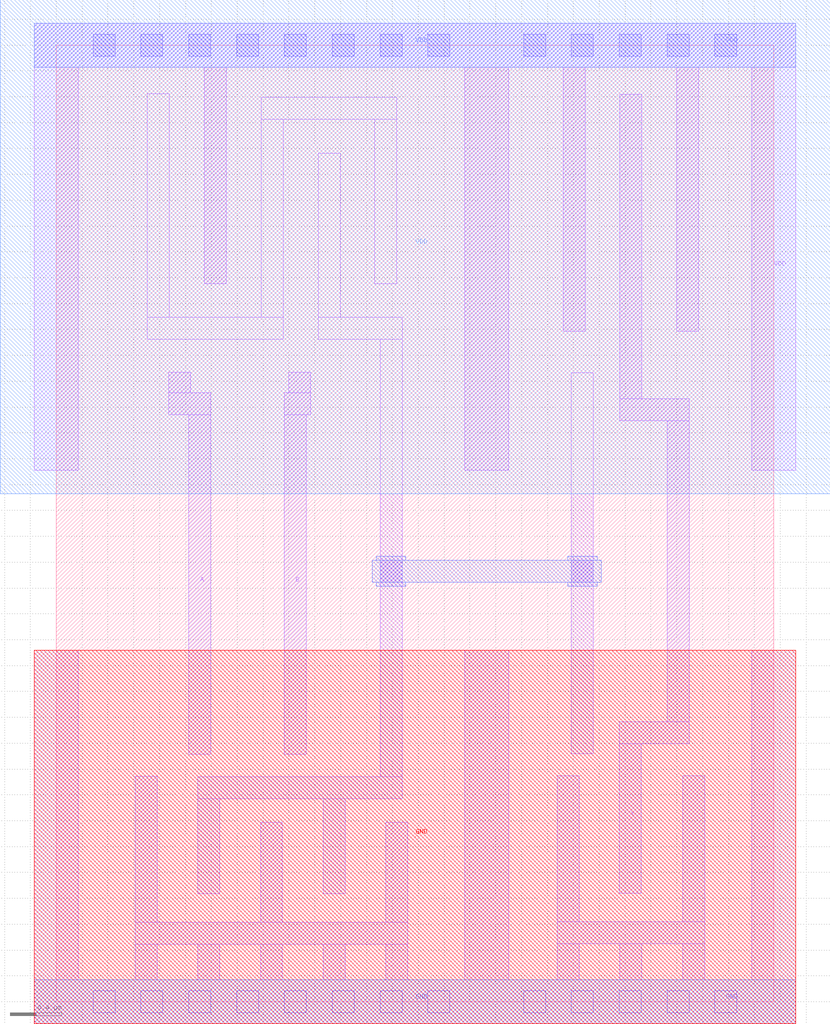
<source format=lef>
VERSION 5.7 ;
  NOWIREEXTENSIONATPIN ON ;
  DIVIDERCHAR "/" ;
  BUSBITCHARS "[]" ;
MACRO OR2X1
  CLASS CORE ;
  FOREIGN OR2X1 ;
  ORIGIN 0.000 0.000 ;
  SIZE 5.550 BY 7.400 ;
  SYMMETRY X Y R90 ;
  SITE unitrh ;
  PIN Y
    DIRECTION OUTPUT ;
    USE SIGNAL ;
    ANTENNADIFFAREA 0.771900 ;
    PORT
      LAYER li1 ;
        RECT 4.360 4.665 4.530 7.020 ;
        RECT 4.360 4.495 4.895 4.665 ;
        RECT 4.725 2.165 4.895 4.495 ;
        RECT 4.355 1.995 4.895 2.165 ;
        RECT 4.355 0.840 4.525 1.995 ;
    END
  END Y
  PIN A
    DIRECTION INPUT ;
    USE SIGNAL ;
    ANTENNAGATEAREA 1.027250 ;
    PORT
      LAYER li1 ;
        RECT 0.870 4.710 1.040 4.870 ;
        RECT 0.870 4.540 1.195 4.710 ;
        RECT 1.025 1.915 1.195 4.540 ;
    END
  END A
  PIN B
    DIRECTION INPUT ;
    USE SIGNAL ;
    ANTENNAGATEAREA 1.026450 ;
    PORT
      LAYER li1 ;
        RECT 1.800 4.710 1.970 4.870 ;
        RECT 1.765 4.540 1.970 4.710 ;
        RECT 1.765 1.915 1.935 4.540 ;
    END
  END B
  PIN VDD
    DIRECTION INOUT ;
    USE POWER ;
    SHAPE ABUTMENT ;
    PORT
      LAYER nwell ;
        RECT -0.435 3.930 5.985 7.750 ;
      LAYER li1 ;
        RECT -0.170 7.230 5.720 7.570 ;
        RECT -0.170 4.110 0.170 7.230 ;
        RECT 1.145 5.555 1.315 7.230 ;
        RECT 3.160 4.110 3.500 7.230 ;
        RECT 3.920 5.185 4.090 7.230 ;
        RECT 4.800 5.185 4.970 7.230 ;
        RECT 5.380 4.110 5.720 7.230 ;
      LAYER mcon ;
        RECT 0.285 7.315 0.455 7.485 ;
        RECT 0.655 7.315 0.825 7.485 ;
        RECT 1.025 7.315 1.195 7.485 ;
        RECT 1.395 7.315 1.565 7.485 ;
        RECT 1.765 7.315 1.935 7.485 ;
        RECT 2.135 7.315 2.305 7.485 ;
        RECT 2.505 7.315 2.675 7.485 ;
        RECT 2.875 7.315 3.045 7.485 ;
        RECT 3.615 7.315 3.785 7.485 ;
        RECT 3.985 7.315 4.155 7.485 ;
        RECT 4.355 7.315 4.525 7.485 ;
        RECT 4.725 7.315 4.895 7.485 ;
        RECT 5.095 7.315 5.265 7.485 ;
      LAYER met1 ;
        RECT -0.170 7.230 5.720 7.570 ;
    END
  END VDD
  PIN GND
    DIRECTION INOUT ;
    USE GROUND ;
    SHAPE ABUTMENT ;
    PORT
      LAYER pwell ;
        RECT -0.170 -0.170 5.720 2.720 ;
      LAYER li1 ;
        RECT -0.170 0.170 0.170 2.720 ;
        RECT 0.610 0.615 0.780 1.745 ;
        RECT 1.580 0.615 1.750 1.390 ;
        RECT 2.550 0.615 2.720 1.390 ;
        RECT 0.610 0.445 2.720 0.615 ;
        RECT 0.610 0.170 0.780 0.445 ;
        RECT 1.095 0.170 1.265 0.445 ;
        RECT 1.580 0.170 1.750 0.445 ;
        RECT 2.065 0.170 2.235 0.445 ;
        RECT 2.550 0.170 2.720 0.445 ;
        RECT 3.160 0.170 3.500 2.720 ;
        RECT 3.875 0.620 4.045 1.750 ;
        RECT 4.845 0.620 5.015 1.750 ;
        RECT 3.875 0.450 5.015 0.620 ;
        RECT 3.875 0.170 4.045 0.450 ;
        RECT 4.360 0.170 4.530 0.450 ;
        RECT 4.845 0.170 5.015 0.450 ;
        RECT 5.380 0.170 5.720 2.720 ;
        RECT -0.170 -0.170 5.720 0.170 ;
      LAYER mcon ;
        RECT 0.285 -0.085 0.455 0.085 ;
        RECT 0.655 -0.085 0.825 0.085 ;
        RECT 1.025 -0.085 1.195 0.085 ;
        RECT 1.395 -0.085 1.565 0.085 ;
        RECT 1.765 -0.085 1.935 0.085 ;
        RECT 2.135 -0.085 2.305 0.085 ;
        RECT 2.505 -0.085 2.675 0.085 ;
        RECT 2.875 -0.085 3.045 0.085 ;
        RECT 3.615 -0.085 3.785 0.085 ;
        RECT 3.985 -0.085 4.155 0.085 ;
        RECT 4.355 -0.085 4.525 0.085 ;
        RECT 4.725 -0.085 4.895 0.085 ;
        RECT 5.095 -0.085 5.265 0.085 ;
      LAYER met1 ;
        RECT -0.170 -0.170 5.720 0.170 ;
    END
  END GND
  OBS
      LAYER li1 ;
        RECT 0.705 5.295 0.875 7.025 ;
        RECT 1.585 6.825 2.635 6.995 ;
        RECT 1.585 5.295 1.755 6.825 ;
        RECT 0.705 5.125 1.755 5.295 ;
        RECT 2.025 5.295 2.195 6.565 ;
        RECT 2.465 5.555 2.635 6.825 ;
        RECT 2.025 5.125 2.675 5.295 ;
        RECT 2.505 1.740 2.675 5.125 ;
        RECT 3.985 1.920 4.155 4.865 ;
        RECT 1.095 1.570 2.675 1.740 ;
        RECT 1.095 0.835 1.265 1.570 ;
        RECT 2.065 0.835 2.235 1.570 ;
      LAYER mcon ;
        RECT 2.505 3.245 2.675 3.415 ;
        RECT 3.985 3.245 4.155 3.415 ;
      LAYER met1 ;
        RECT 2.475 3.415 2.705 3.445 ;
        RECT 3.955 3.415 4.185 3.445 ;
        RECT 2.445 3.245 4.215 3.415 ;
        RECT 2.475 3.215 2.705 3.245 ;
        RECT 3.955 3.215 4.185 3.245 ;
  END
END OR2X1
END LIBRARY


</source>
